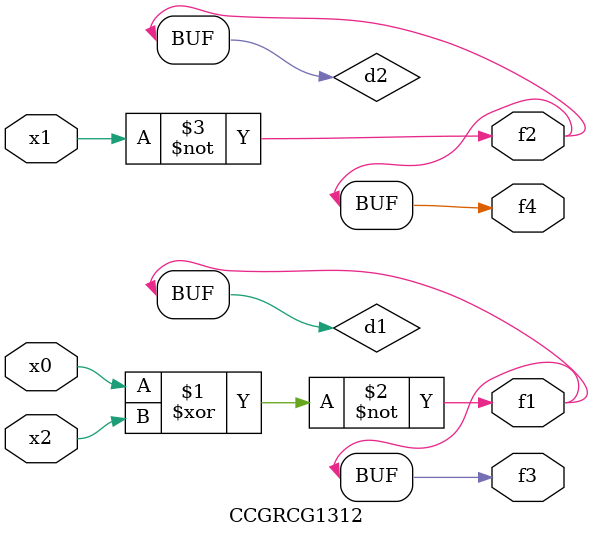
<source format=v>
module CCGRCG1312(
	input x0, x1, x2,
	output f1, f2, f3, f4
);

	wire d1, d2, d3;

	xnor (d1, x0, x2);
	nand (d2, x1);
	nor (d3, x1, x2);
	assign f1 = d1;
	assign f2 = d2;
	assign f3 = d1;
	assign f4 = d2;
endmodule

</source>
